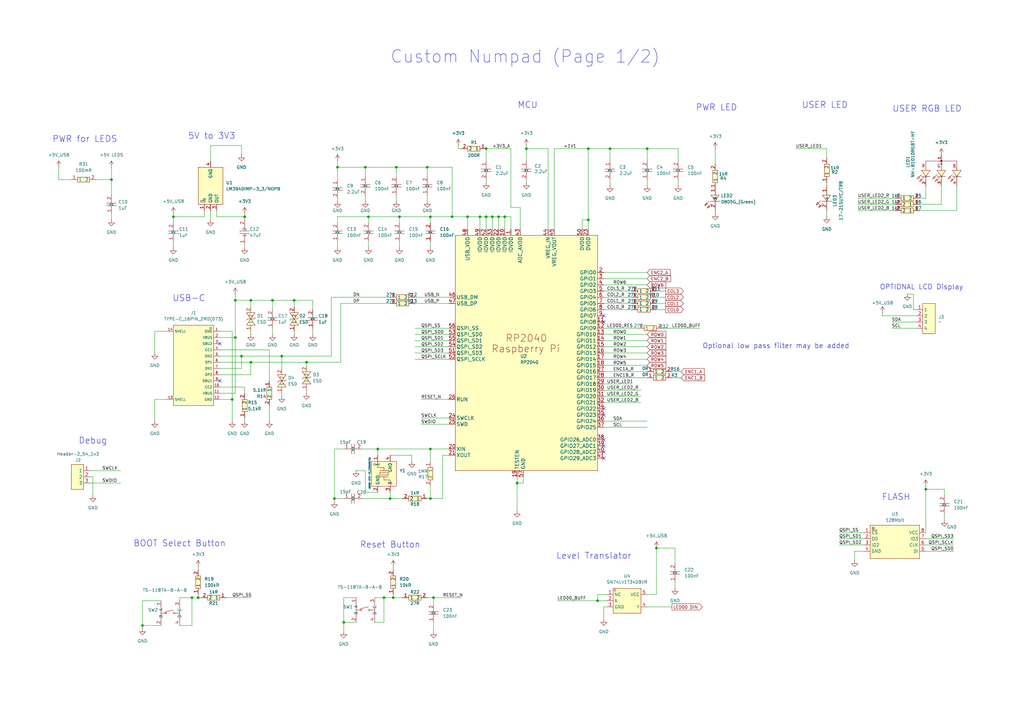
<source format=kicad_sch>
(kicad_sch (version 20231120) (generator "eeschema") (generator_version "8.0")
  (paper "A3")
  (title_block (title "numpad") (date "2024-12-23") (rev "V1"))
  (junction (at 96.52 138.43))
  (junction (at 163.83 88.9))
  (junction (at 78.74 245.11))
  (junction (at 177.8 245.11))
  (junction (at 250.19 60.96))
  (junction (at 102.87 148.59))
  (junction (at 102.87 123.19))
  (junction (at 199.39 60.96))
  (junction (at 115.57 146.05))
  (junction (at 100.33 88.9))
  (junction (at 269.24 224.79))
  (junction (at 149.86 68.58))
  (junction (at 204.47 88.9))
  (junction (at 191.77 88.9))
  (junction (at 71.12 88.9))
  (junction (at 95.25 163.83))
  (junction (at 176.53 88.9))
  (junction (at 161.29 245.11))
  (junction (at 196.85 88.9))
  (junction (at 111.76 123.19))
  (junction (at 125.73 148.59))
  (junction (at 81.28 245.11))
  (junction (at 241.3 60.96))
  (junction (at 162.56 68.58))
  (junction (at 45.72 73.66))
  (junction (at 241.3 90.17))
  (junction (at 199.39 88.9))
  (junction (at 151.13 88.9))
  (junction (at 99.06 146.05))
  (junction (at 207.01 88.9))
  (junction (at 176.53 204.47))
  (junction (at 379.73 200.66))
  (junction (at 175.26 68.58))
  (junction (at 245.11 246.38))
  (junction (at 120.65 123.19))
  (junction (at 265.43 60.96))
  (junction (at 212.09 198.12))
  (junction (at 140.97 255.27))
  (junction (at 58.42 256.54))
  (junction (at 215.9 60.96))
  (junction (at 185.42 88.9))
  (junction (at 137.16 204.47))
  (junction (at 96.52 123.19))
  (junction (at 154.94 184.15))
  (junction (at 157.48 245.11))
  (junction (at 176.53 184.15))
  (junction (at 160.02 204.47))
  (junction (at 138.43 68.58))
  (junction (at 201.93 88.9))
  (no_connect (at 247.65 187.96))
  (no_connect (at 247.65 167.64))
  (no_connect (at 247.65 180.34))
  (no_connect (at 247.65 170.18))
  (no_connect (at 247.65 132.08))
  (no_connect (at 90.17 140.97))
  (no_connect (at 90.17 156.21))
  (no_connect (at 247.65 129.54))
  (no_connect (at 247.65 182.88))
  (no_connect (at 247.65 185.42))
  (wire (pts (xy 247.65 162.56) (xy 262.89 162.56)))
  (wire (pts (xy 269.24 224.79) (xy 276.86 224.79)))
  (wire (pts (xy 90.17 135.89) (xy 95.25 135.89)))
  (wire (pts (xy 227.33 60.96) (xy 241.3 60.96)))
  (wire (pts (xy 213.36 85.09) (xy 213.36 93.98)))
  (wire (pts (xy 100.33 87.63) (xy 100.33 88.9)))
  (wire (pts (xy 365.76 132.08) (xy 375.92 132.08)))
  (wire (pts (xy 276.86 224.79) (xy 276.86 231.14)))
  (wire (pts (xy 149.86 80.01) (xy 149.86 82.55)))
  (wire (pts (xy 247.65 149.86) (xy 265.43 149.86)))
  (wire (pts (xy 361.95 129.54) (xy 375.92 129.54)))
  (wire (pts (xy 102.87 148.59) (xy 90.17 148.59)))
  (wire (pts (xy 185.42 88.9) (xy 191.77 88.9)))
  (wire (pts (xy 176.53 88.9) (xy 176.53 91.44)))
  (wire (pts (xy 58.42 257.81) (xy 58.42 256.54)))
  (wire (pts (xy 247.65 114.3) (xy 265.43 114.3)))
  (wire (pts (xy 209.55 88.9) (xy 207.01 88.9)))
  (wire (pts (xy 58.42 256.54) (xy 66.04 256.54)))
  (wire (pts (xy 99.06 59.69) (xy 99.06 63.5)))
  (wire (pts (xy 125.73 148.59) (xy 139.7 148.59)))
  (wire (pts (xy 245.11 246.38) (xy 245.11 243.84)))
  (wire (pts (xy 102.87 123.19) (xy 96.52 123.19)))
  (wire (pts (xy 73.66 246.38) (xy 73.66 245.11)))
  (wire (pts (xy 151.13 88.9) (xy 151.13 91.44)))
  (wire (pts (xy 90.17 161.29) (xy 96.52 161.29)))
  (wire (pts (xy 224.79 93.98) (xy 224.79 60.96)))
  (wire (pts (xy 379.73 81.28) (xy 379.73 76.2)))
  (wire (pts (xy 177.8 245.11) (xy 189.23 245.11)))
  (wire (pts (xy 199.39 60.96) (xy 199.39 66.04)))
  (wire (pts (xy 146.05 193.04) (xy 149.86 193.04)))
  (wire (pts (xy 241.3 60.96) (xy 250.19 60.96)))
  (wire (pts (xy 175.26 68.58) (xy 185.42 68.58)))
  (wire (pts (xy 275.59 154.94) (xy 279.4 154.94)))
  (wire (pts (xy 128.27 134.62) (xy 128.27 137.16)))
  (wire (pts (xy 162.56 68.58) (xy 175.26 68.58)))
  (wire (pts (xy 140.97 255.27) (xy 140.97 259.08)))
  (wire (pts (xy 278.13 73.66) (xy 278.13 76.2)))
  (wire (pts (xy 172.72 173.99) (xy 184.15 173.99)))
  (wire (pts (xy 214.63 198.12) (xy 212.09 198.12)))
  (wire (pts (xy 140.97 245.11) (xy 140.97 255.27)))
  (wire (pts (xy 250.19 60.96) (xy 250.19 66.04)))
  (wire (pts (xy 138.43 88.9) (xy 138.43 91.44)))
  (wire (pts (xy 162.56 68.58) (xy 162.56 72.39)))
  (wire (pts (xy 99.06 146.05) (xy 115.57 146.05)))
  (wire (pts (xy 207.01 88.9) (xy 207.01 93.98)))
  (wire (pts (xy 339.09 76.2) (xy 339.09 74.93)))
  (wire (pts (xy 149.86 68.58) (xy 138.43 68.58)))
  (wire (pts (xy 137.16 204.47) (xy 137.16 205.74)))
  (wire (pts (xy 374.65 120.65) (xy 374.65 127)))
  (wire (pts (xy 377.19 81.28) (xy 379.73 81.28)))
  (wire (pts (xy 275.59 152.4) (xy 279.4 152.4)))
  (wire (pts (xy 372.11 120.65) (xy 374.65 120.65)))
  (wire (pts (xy 135.89 121.92) (xy 135.89 146.05)))
  (wire (pts (xy 45.72 73.66) (xy 45.72 80.01)))
  (wire (pts (xy 293.37 60.96) (xy 293.37 67.31)))
  (wire (pts (xy 377.19 86.36) (xy 392.43 86.36)))
  (wire (pts (xy 148.59 184.15) (xy 154.94 184.15)))
  (wire (pts (xy 214.63 195.58) (xy 214.63 198.12)))
  (wire (pts (xy 149.86 68.58) (xy 149.86 72.39)))
  (wire (pts (xy 66.04 246.38) (xy 58.42 246.38)))
  (wire (pts (xy 102.87 125.73) (xy 102.87 123.19)))
  (wire (pts (xy 176.53 184.15) (xy 176.53 189.23)))
  (wire (pts (xy 135.89 121.92) (xy 160.02 121.92)))
  (wire (pts (xy 247.65 139.7) (xy 265.43 139.7)))
  (wire (pts (xy 250.19 73.66) (xy 250.19 76.2)))
  (wire (pts (xy 248.92 246.38) (xy 245.11 246.38)))
  (wire (pts (xy 24.13 68.58) (xy 24.13 73.66)))
  (wire (pts (xy 146.05 245.11) (xy 140.97 245.11)))
  (wire (pts (xy 140.97 255.27) (xy 146.05 255.27)))
  (wire (pts (xy 265.43 73.66) (xy 265.43 76.2)))
  (wire (pts (xy 99.06 151.13) (xy 99.06 146.05)))
  (wire (pts (xy 81.28 243.84) (xy 81.28 245.11)))
  (wire (pts (xy 115.57 146.05) (xy 135.89 146.05)))
  (wire (pts (xy 68.58 135.89) (xy 63.5 135.89)))
  (wire (pts (xy 139.7 124.46) (xy 160.02 124.46)))
  (wire (pts (xy 170.18 121.92) (xy 184.15 121.92)))
  (wire (pts (xy 175.26 68.58) (xy 175.26 72.39)))
  (wire (pts (xy 95.25 135.89) (xy 95.25 163.83)))
  (wire (pts (xy 354.33 226.06) (xy 350.52 226.06)))
  (wire (pts (xy 387.35 200.66) (xy 387.35 203.2)))
  (wire (pts (xy 199.39 73.66) (xy 199.39 74.93)))
  (wire (pts (xy 170.18 124.46) (xy 184.15 124.46)))
  (wire (pts (xy 247.65 142.24) (xy 265.43 142.24)))
  (wire (pts (xy 293.37 76.2) (xy 293.37 77.47)))
  (wire (pts (xy 163.83 99.06) (xy 163.83 101.6)))
  (wire (pts (xy 125.73 148.59) (xy 125.73 149.86)))
  (wire (pts (xy 157.48 245.11) (xy 161.29 245.11)))
  (wire (pts (xy 344.17 220.98) (xy 354.33 220.98)))
  (wire (pts (xy 45.72 87.63) (xy 45.72 90.17)))
  (wire (pts (xy 351.79 83.82) (xy 367.03 83.82)))
  (wire (pts (xy 36.83 195.58) (xy 38.1 195.58)))
  (wire (pts (xy 350.52 226.06) (xy 350.52 229.87)))
  (wire (pts (xy 96.52 123.19) (xy 96.52 138.43)))
  (wire (pts (xy 138.43 88.9) (xy 151.13 88.9)))
  (wire (pts (xy 379.73 218.44) (xy 379.73 200.66)))
  (wire (pts (xy 90.17 138.43) (xy 96.52 138.43)))
  (wire (pts (xy 269.24 243.84) (xy 269.24 224.79)))
  (wire (pts (xy 386.08 83.82) (xy 377.19 83.82)))
  (wire (pts (xy 154.94 184.15) (xy 154.94 186.69)))
  (wire (pts (xy 111.76 123.19) (xy 120.65 123.19)))
  (wire (pts (xy 125.73 160.02) (xy 125.73 161.29)))
  (wire (pts (xy 96.52 138.43) (xy 96.52 161.29)))
  (wire (pts (xy 181.61 186.69) (xy 184.15 186.69)))
  (wire (pts (xy 139.7 124.46) (xy 139.7 148.59)))
  (wire (pts (xy 379.73 200.66) (xy 387.35 200.66)))
  (wire (pts (xy 36.83 193.04) (xy 49.53 193.04)))
  (wire (pts (xy 58.42 246.38) (xy 58.42 256.54)))
  (wire (pts (xy 386.08 76.2) (xy 386.08 83.82)))
  (wire (pts (xy 100.33 100.33) (xy 100.33 101.6)))
  (wire (pts (xy 99.06 146.05) (xy 90.17 146.05)))
  (wire (pts (xy 241.3 93.98) (xy 241.3 90.17)))
  (wire (pts (xy 90.17 143.51) (xy 110.49 143.51)))
  (wire (pts (xy 68.58 163.83) (xy 63.5 163.83)))
  (wire (pts (xy 88.9 88.9) (xy 88.9 86.36)))
  (wire (pts (xy 39.37 73.66) (xy 45.72 73.66)))
  (wire (pts (xy 102.87 148.59) (xy 125.73 148.59)))
  (wire (pts (xy 215.9 59.69) (xy 215.9 60.96)))
  (wire (pts (xy 201.93 93.98) (xy 201.93 88.9)))
  (wire (pts (xy 177.8 255.27) (xy 177.8 259.08)))
  (wire (pts (xy 379.73 199.39) (xy 379.73 200.66)))
  (wire (pts (xy 238.76 90.17) (xy 241.3 90.17)))
  (wire (pts (xy 247.65 121.92) (xy 259.08 121.92)))
  (wire (pts (xy 247.65 124.46) (xy 259.08 124.46)))
  (wire (pts (xy 137.16 204.47) (xy 137.16 184.15)))
  (wire (pts (xy 71.12 88.9) (xy 71.12 91.44)))
  (wire (pts (xy 120.65 123.19) (xy 128.27 123.19)))
  (wire (pts (xy 100.33 158.75) (xy 90.17 158.75)))
  (wire (pts (xy 175.26 80.01) (xy 175.26 82.55)))
  (wire (pts (xy 115.57 146.05) (xy 115.57 151.13)))
  (wire (pts (xy 247.65 127) (xy 259.08 127)))
  (wire (pts (xy 204.47 88.9) (xy 204.47 93.98)))
  (wire (pts (xy 351.79 86.36) (xy 367.03 86.36)))
  (wire (pts (xy 102.87 123.19) (xy 111.76 123.19)))
  (wire (pts (xy 81.28 232.41) (xy 81.28 233.68)))
  (wire (pts (xy 83.82 88.9) (xy 83.82 86.36)))
  (wire (pts (xy 209.55 88.9) (xy 209.55 93.98)))
  (wire (pts (xy 73.66 256.54) (xy 78.74 256.54)))
  (wire (pts (xy 102.87 135.89) (xy 102.87 137.16)))
  (wire (pts (xy 269.24 119.38) (xy 273.05 119.38)))
  (wire (pts (xy 168.91 186.69) (xy 168.91 189.23)))
  (wire (pts (xy 209.55 60.96) (xy 209.55 85.09)))
  (wire (pts (xy 88.9 88.9) (xy 100.33 88.9)))
  (wire (pts (xy 191.77 88.9) (xy 191.77 93.98)))
  (wire (pts (xy 250.19 60.96) (xy 265.43 60.96)))
  (wire (pts (xy 120.65 135.89) (xy 120.65 137.16)))
  (wire (pts (xy 269.24 127) (xy 273.05 127)))
  (wire (pts (xy 207.01 88.9) (xy 204.47 88.9)))
  (wire (pts (xy 172.72 163.83) (xy 184.15 163.83)))
  (wire (pts (xy 90.17 153.67) (xy 102.87 153.67)))
  (wire (pts (xy 110.49 166.37) (xy 110.49 172.72)))
  (wire (pts (xy 241.3 90.17) (xy 241.3 60.96)))
  (wire (pts (xy 100.33 161.29) (xy 100.33 158.75)))
  (wire (pts (xy 344.17 218.44) (xy 354.33 218.44)))
  (wire (pts (xy 137.16 184.15) (xy 140.97 184.15)))
  (wire (pts (xy 81.28 245.11) (xy 82.55 245.11)))
  (wire (pts (xy 247.65 144.78) (xy 265.43 144.78)))
  (wire (pts (xy 154.94 201.93) (xy 149.86 201.93)))
  (wire (pts (xy 160.02 204.47) (xy 165.1 204.47)))
  (wire (pts (xy 181.61 186.69) (xy 181.61 204.47)))
  (wire (pts (xy 170.18 144.78) (xy 184.15 144.78)))
  (wire (pts (xy 157.48 255.27) (xy 157.48 245.11)))
  (wire (pts (xy 170.18 142.24) (xy 184.15 142.24)))
  (wire (pts (xy 38.1 195.58) (xy 38.1 203.2)))
  (wire (pts (xy 96.52 120.65) (xy 96.52 123.19)))
  (wire (pts (xy 163.83 88.9) (xy 176.53 88.9)))
  (wire (pts (xy 247.65 154.94) (xy 265.43 154.94)))
  (wire (pts (xy 269.24 121.92) (xy 273.05 121.92)))
  (wire (pts (xy 176.53 99.06) (xy 176.53 101.6)))
  (wire (pts (xy 247.65 137.16) (xy 265.43 137.16)))
  (wire (pts (xy 92.71 245.11) (xy 102.87 245.11)))
  (wire (pts (xy 204.47 88.9) (xy 201.93 88.9)))
  (wire (pts (xy 247.65 248.92) (xy 247.65 254)))
  (wire (pts (xy 247.65 175.26) (xy 265.43 175.26)))
  (wire (pts (xy 175.26 204.47) (xy 176.53 204.47)))
  (wire (pts (xy 90.17 151.13) (xy 99.06 151.13)))
  (wire (pts (xy 191.77 88.9) (xy 196.85 88.9)))
  (wire (pts (xy 172.72 171.45) (xy 184.15 171.45)))
  (wire (pts (xy 175.26 245.11) (xy 177.8 245.11)))
  (wire (pts (xy 245.11 243.84) (xy 248.92 243.84)))
  (wire (pts (xy 374.65 127) (xy 375.92 127)))
  (wire (pts (xy 111.76 123.19) (xy 111.76 127)))
  (wire (pts (xy 344.17 223.52) (xy 354.33 223.52)))
  (wire (pts (xy 151.13 99.06) (xy 151.13 101.6)))
  (wire (pts (xy 201.93 88.9) (xy 199.39 88.9)))
  (wire (pts (xy 228.6 246.38) (xy 245.11 246.38)))
  (wire (pts (xy 128.27 123.19) (xy 128.27 127)))
  (wire (pts (xy 387.35 210.82) (xy 387.35 213.36)))
  (wire (pts (xy 265.43 248.92) (xy 275.59 248.92)))
  (wire (pts (xy 247.65 111.76) (xy 265.43 111.76)))
  (wire (pts (xy 177.8 245.11) (xy 177.8 247.65)))
  (wire (pts (xy 90.17 163.83) (xy 95.25 163.83)))
  (wire (pts (xy 212.09 198.12) (xy 212.09 209.55)))
  (wire (pts (xy 86.36 59.69) (xy 86.36 66.04)))
  (wire (pts (xy 379.73 223.52) (xy 391.16 223.52)))
  (wire (pts (xy 248.92 248.92) (xy 247.65 248.92)))
  (wire (pts (xy 247.65 157.48) (xy 259.08 157.48)))
  (wire (pts (xy 247.65 147.32) (xy 265.43 147.32)))
  (wire (pts (xy 209.55 85.09) (xy 213.36 85.09)))
  (wire (pts (xy 153.67 255.27) (xy 157.48 255.27)))
  (wire (pts (xy 351.79 81.28) (xy 367.03 81.28)))
  (wire (pts (xy 247.65 160.02) (xy 262.89 160.02)))
  (wire (pts (xy 265.43 243.84) (xy 269.24 243.84)))
  (wire (pts (xy 78.74 256.54) (xy 78.74 245.11)))
  (wire (pts (xy 247.65 152.4) (xy 265.43 152.4)))
  (wire (pts (xy 247.65 119.38) (xy 259.08 119.38)))
  (wire (pts (xy 24.13 73.66) (xy 29.21 73.66)))
  (wire (pts (xy 187.96 59.69) (xy 187.96 60.96)))
  (wire (pts (xy 247.65 165.1) (xy 262.89 165.1)))
  (wire (pts (xy 170.18 139.7) (xy 184.15 139.7)))
  (wire (pts (xy 161.29 243.84) (xy 161.29 245.11)))
  (wire (pts (xy 361.95 128.27) (xy 361.95 129.54)))
  (wire (pts (xy 199.39 93.98) (xy 199.39 88.9)))
  (wire (pts (xy 187.96 60.96) (xy 189.23 60.96)))
  (wire (pts (xy 176.53 88.9) (xy 185.42 88.9)))
  (wire (pts (xy 73.66 245.11) (xy 78.74 245.11)))
  (wire (pts (xy 95.25 163.83) (xy 95.25 172.72)))
  (wire (pts (xy 339.09 60.96) (xy 339.09 64.77)))
  (wire (pts (xy 269.24 124.46) (xy 273.05 124.46)))
  (wire (pts (xy 224.79 60.96) (xy 215.9 60.96)))
  (wire (pts (xy 99.06 59.69) (xy 86.36 59.69)))
  (wire (pts (xy 276.86 238.76) (xy 276.86 241.3)))
  (wire (pts (xy 176.53 204.47) (xy 181.61 204.47)))
  (wire (pts (xy 176.53 199.39) (xy 176.53 204.47)))
  (wire (pts (xy 153.67 245.11) (xy 157.48 245.11)))
  (wire (pts (xy 154.94 184.15) (xy 176.53 184.15)))
  (wire (pts (xy 63.5 135.89) (xy 63.5 144.78)))
  (wire (pts (xy 161.29 232.41) (xy 161.29 233.68)))
  (wire (pts (xy 265.43 60.96) (xy 278.13 60.96)))
  (wire (pts (xy 162.56 80.01) (xy 162.56 82.55)))
  (wire (pts (xy 111.76 134.62) (xy 111.76 137.16)))
  (wire (pts (xy 278.13 60.96) (xy 278.13 66.04)))
  (wire (pts (xy 138.43 99.06) (xy 138.43 101.6)))
  (wire (pts (xy 365.76 134.62) (xy 375.92 134.62)))
  (wire (pts (xy 102.87 153.67) (xy 102.87 148.59)))
  (wire (pts (xy 86.36 86.36) (xy 86.36 90.17)))
  (wire (pts (xy 170.18 134.62) (xy 184.15 134.62)))
  (wire (pts (xy 149.86 68.58) (xy 162.56 68.58)))
  (wire (pts (xy 379.73 226.06) (xy 391.16 226.06)))
  (wire (pts (xy 36.83 198.12) (xy 49.53 198.12)))
  (wire (pts (xy 151.13 88.9) (xy 163.83 88.9)))
  (wire (pts (xy 149.86 201.93) (xy 149.86 193.04)))
  (wire (pts (xy 196.85 93.98) (xy 196.85 88.9)))
  (wire (pts (xy 379.73 220.98) (xy 391.16 220.98)))
  (wire (pts (xy 176.53 184.15) (xy 184.15 184.15)))
  (wire (pts (xy 209.55 60.96) (xy 199.39 60.96)))
  (wire (pts (xy 271.78 134.62) (xy 287.02 134.62)))
  (wire (pts (xy 247.65 172.72) (xy 265.43 172.72)))
  (wire (pts (xy 247.65 134.62) (xy 261.62 134.62)))
  (wire (pts (xy 160.02 186.69) (xy 168.91 186.69)))
  (wire (pts (xy 138.43 68.58) (xy 138.43 73.66)))
  (wire (pts (xy 120.65 125.73) (xy 120.65 123.19)))
  (wire (pts (xy 138.43 81.28) (xy 138.43 82.55)))
  (wire (pts (xy 212.09 195.58) (xy 212.09 198.12)))
  (wire (pts (xy 170.18 137.16) (xy 184.15 137.16)))
  (wire (pts (xy 78.74 245.11) (xy 81.28 245.11)))
  (wire (pts (xy 63.5 163.83) (xy 63.5 172.72)))
  (wire (pts (xy 238.76 93.98) (xy 238.76 90.17)))
  (wire (pts (xy 227.33 93.98) (xy 227.33 60.96)))
  (wire (pts (xy 115.57 161.29) (xy 115.57 162.56)))
  (wire (pts (xy 196.85 88.9) (xy 199.39 88.9)))
  (wire (pts (xy 71.12 87.63) (xy 71.12 88.9)))
  (wire (pts (xy 247.65 116.84) (xy 265.43 116.84)))
  (wire (pts (xy 140.97 204.47) (xy 137.16 204.47)))
  (wire (pts (xy 71.12 88.9) (xy 83.82 88.9)))
  (wire (pts (xy 215.9 73.66) (xy 215.9 74.93)))
  (wire (pts (xy 138.43 66.04) (xy 138.43 68.58)))
  (wire (pts (xy 293.37 86.36) (xy 293.37 87.63)))
  (wire (pts (xy 163.83 88.9) (xy 163.83 91.44)))
  (wire (pts (xy 148.59 204.47) (xy 160.02 204.47)))
  (wire (pts (xy 170.18 147.32) (xy 184.15 147.32)))
  (wire (pts (xy 339.09 86.36) (xy 339.09 88.9)))
  (wire (pts (xy 100.33 88.9) (xy 100.33 90.17)))
  (wire (pts (xy 110.49 143.51) (xy 110.49 156.21)))
  (wire (pts (xy 100.33 171.45) (xy 100.33 172.72)))
  (wire (pts (xy 161.29 245.11) (xy 165.1 245.11)))
  (wire (pts (xy 265.43 60.96) (xy 265.43 66.04)))
  (wire (pts (xy 215.9 60.96) (xy 215.9 66.04)))
  (wire (pts (xy 326.39 60.96) (xy 339.09 60.96)))
  (wire (pts (xy 45.72 68.58) (xy 45.72 73.66)))
  (wire (pts (xy 185.42 68.58) (xy 185.42 88.9)))
  (wire (pts (xy 392.43 86.36) (xy 392.43 76.2)))
  (wire (pts (xy 160.02 201.93) (xy 160.02 204.47)))
  (wire (pts (xy 71.12 99.06) (xy 71.12 101.6)))
  (text "Optional low pass filter may be added" (at 318.262 141.986 0) (effects (font (size 2.032 2.032))))
  (text "OPTIONAL LCD Display" (at 377.952 117.856 0) (effects (font (size 2.032 2.032))))
  (text "Reset Button\n" (at 160.02 223.52 0) (effects (font (size 2.54 2.54))))
  (text "Custom Numpad (Page 1/2)\n" (at 215.392 23.368 0) (effects (font (size 5.08 5.08))))
  (text "USER LED\n" (at 338.328 43.18 0) (effects (font (size 2.54 2.54))))
  (text "MCU" (at 216.408 43.18 0) (effects (font (size 2.54 2.54))))
  (text "BOOT Select Button\n" (at 73.66 223.012 0) (effects (font (size 2.54 2.54))))
  (text "USB-C\n" (at 77.47 122.428 0) (effects (font (size 2.54 2.54))))
  (text "Debug\n" (at 38.1 180.848 0) (effects (font (size 2.54 2.54))))
  (text "FLASH" (at 367.538 203.962 0) (effects (font (size 2.54 2.54))))
  (text "5V to 3V3\n" (at 86.868 55.88 0) (effects (font (size 2.54 2.54))))
  (text "USER RGB LED\n" (at 380.238 44.704 0) (effects (font (size 2.54 2.54))))
  (text "PWR for LEDS" (at 34.798 57.15 0) (effects (font (size 2.54 2.54))))
  (text "Level Translator" (at 243.586 228.092 0) (effects (font (size 2.54 2.54))))
  (text "PWR LED\n" (at 293.878 44.196 0) (effects (font (size 2.54 2.54))))
  (label "USER_LED2_R" (at 248.92 160.02 0))
  (label "ROW2" (at 251.46 142.24 0))
  (label "COL1_R" (at 248.92 124.46 0))
  (label "SDA" (at 251.46 172.72 0))
  (label "ROW3" (at 251.46 144.78 0))
  (label "SDA" (at 365.76 132.08 0))
  (label "USER_LED2_B" (at 248.92 165.1 0))
  (label "QSPI_SCLK" (at 172.72 147.32 0))
  (label "USER_LED1" (at 248.92 157.48 0))
  (label "QSPI_SD3" (at 391.16 220.98 180))
  (label "ROW5" (at 251.46 149.86 0))
  (label "SWCLK" (at 172.72 171.45 0))
  (label "USER_LED1" (at 326.39 60.96 0))
  (label "DP" (at 144.78 124.46 0))
  (label "ROW4" (at 251.46 147.32 0))
  (label "QSPI_SD3" (at 172.72 144.78 0))
  (label "COL0_R" (at 248.92 127 0))
  (label "SCL" (at 251.46 175.26 0))
  (label "LED00_BUFF" (at 228.6 246.38 0))
  (label "ENC1A_R" (at 251.46 152.4 0))
  (label "COL2_R" (at 248.92 121.92 0))
  (label "USB_N" (at 173.99 121.92 0))
  (label "QSPI_SD0" (at 391.16 226.06 180))
  (label "RESET_N" (at 172.72 163.83 0))
  (label "COL3_R" (at 248.92 119.38 0))
  (label "RESET_N" (at 181.61 245.11 0))
  (label "SWCLK" (at 41.91 193.04 0))
  (label "QSPI_SS" (at 344.17 218.44 0))
  (label "USER_LED2_R" (at 351.79 81.28 0))
  (label "LED00_RES" (at 248.92 134.62 0))
  (label "DN" (at 144.78 121.92 0))
  (label "QSPI_SD0" (at 172.72 137.16 0))
  (label "SCL" (at 365.76 134.62 0))
  (label "ROW0" (at 251.46 137.16 0))
  (label "SWDIO" (at 41.91 198.12 0))
  (label "USER_LED2_G" (at 351.79 83.82 0))
  (label "USER_LED2_B" (at 351.79 86.36 0))
  (label "USB_P" (at 173.99 124.46 0))
  (label "+1V1" (at 231.14 60.96 0))
  (label "ROW1" (at 251.46 139.7 0))
  (label "ROW6" (at 251.46 116.84 0))
  (label "+3V3_A" (at 201.93 60.96 0))
  (label "QSPI_SD1" (at 344.17 220.98 0))
  (label "ENC1B_R" (at 251.46 154.94 0))
  (label "QSPI_SCLK" (at 391.16 223.52 180))
  (label "QSPI_SS" (at 95.25 245.11 0))
  (label "USER_LED2_G" (at 248.92 162.56 0))
  (label "QSPI_SD2" (at 172.72 142.24 0))
  (label "LED00_BUFF" (at 275.59 134.62 0))
  (label "QSPI_SD2" (at 344.17 223.52 0))
  (label "QSPI_SS" (at 172.72 134.62 0))
  (label "QSPI_SD1" (at 172.72 139.7 0))
  (label "SWDIO" (at 172.72 173.99 0))
  (global_label "ENC2_A" (shape input) (at 265.43 111.76 0) (property "Intersheetrefs" "${INTERSHEET_REFS}" (effects (hide yes))))
  (global_label "ENC1_B" (shape input) (at 279.4 154.94 0) (property "Intersheetrefs" "${INTERSHEET_REFS}" (effects (hide yes))))
  (global_label "ENC1_A" (shape input) (at 279.4 152.4 0) (property "Intersheetrefs" "${INTERSHEET_REFS}" (effects (hide yes))))
  (global_label "ROW5" (shape input) (at 265.43 149.86 0) (property "Intersheetrefs" "${INTERSHEET_REFS}" (effects (hide yes))))
  (global_label "ENC2_B" (shape input) (at 265.43 114.3 0) (property "Intersheetrefs" "${INTERSHEET_REFS}" (effects (hide yes))))
  (global_label "ROW4" (shape input) (at 265.43 147.32 0) (property "Intersheetrefs" "${INTERSHEET_REFS}" (effects (hide yes))))
  (global_label "ROW6" (shape input) (at 265.43 116.84 0) (property "Intersheetrefs" "${INTERSHEET_REFS}" (effects (hide yes))))
  (global_label "LED00 DIN" (shape output) (at 275.59 248.92 0) (property "Intersheetrefs" "${INTERSHEET_REFS}" (effects (hide yes))))
  (global_label "COL3" (shape output) (at 273.05 119.38 0) (property "Intersheetrefs" "${INTERSHEET_REFS}" (effects (hide yes))))
  (global_label "ROW3" (shape input) (at 265.43 144.78 0) (property "Intersheetrefs" "${INTERSHEET_REFS}" (effects (hide yes))))
  (global_label "COL1" (shape output) (at 273.05 124.46 0) (property "Intersheetrefs" "${INTERSHEET_REFS}" (effects (hide yes))))
  (global_label "COL0" (shape output) (at 273.05 127 0) (property "Intersheetrefs" "${INTERSHEET_REFS}" (effects (hide yes))))
  (global_label "COL2" (shape output) (at 273.05 121.92 0) (property "Intersheetrefs" "${INTERSHEET_REFS}" (effects (hide yes))))
  (global_label "ROW0" (shape input) (at 265.43 137.16 0) (property "Intersheetrefs" "${INTERSHEET_REFS}" (effects (hide yes))))
  (global_label "ROW2" (shape input) (at 265.43 142.24 0) (property "Intersheetrefs" "${INTERSHEET_REFS}" (effects (hide yes))))
  (global_label "ROW1" (shape input) (at 265.43 139.7 0) (property "Intersheetrefs" "${INTERSHEET_REFS}" (effects (hide yes))))
  (symbol (lib_id "power:+5V") (at 96.52 120.65 0) (unit 1)
    (property "Reference" "#PWR030" (effects (hide yes)))
    (property "Value" "+5V_USB" (at 96.52 115.57 0))
    (property "Description" "Power symbol creates a global label with name \"+5V\"" (effects (hide yes)))
  )
  (symbol (lib_id "0603_1uF:CL10A105KO8NNNC") (at 45.72 83.82 90) (unit 1)
    (property "Reference" "C10" (at 48.514 82.804 90) (effects (justify right)))
    (property "Value" "1uF" (at 48.514 85.344 90) (effects (justify right)))
    (property "Footprint" "0603_1uF:C0603" (effects (hide yes)))
    (property "Datasheet" "https://lcsc.com/product-detail/Multilayer-Ceramic-Capacitors-MLCC-SMD-SMT_SAMSUNG_CL10A105KO8NNNC_1uF-105-10-16V_C1592.html" (effects (hide yes)))
    (property "LCSC" "C52923" (effects (hide yes)))
    (property "LCSC Part" "C1592" (effects (hide yes)))
  )
  (symbol (lib_id "0603_1kR:0603WAF1001T5E") (at 372.11 83.82 180) (unit 1)
    (property "Reference" "R6" (at 376.682 82.804 0))
    (property "Value" "1kR" (at 367.538 82.804 0))
    (property "Footprint" "0603_1kR:R0603" (effects (hide yes)))
    (property "Datasheet" "https://lcsc.com/product-detail/Chip-Resistor-Surface-Mount-UniOhm_1KR-1001-1_C21190.html" (effects (hide yes)))
    (property "LCSC" "C11702" (effects (hide yes)))
    (property "LCSC Part" "C21190" (effects (hide yes)))
  )
  (symbol (lib_id "0603_1kR:0603WAF1001T5E") (at 372.11 81.28 0) (unit 1)
    (property "Reference" "R5" (at 376.682 80.264 0))
    (property "Value" "1kR" (at 367.538 80.264 0))
    (property "Footprint" "0603_1kR:R0603" (effects (hide yes)))
    (property "Datasheet" "https://lcsc.com/product-detail/Chip-Resistor-Surface-Mount-UniOhm_1KR-1001-1_C21190.html" (effects (hide yes)))
    (property "LCSC" "C11702" (effects (hide yes)))
    (property "LCSC Part" "C21190" (effects (hide yes)))
  )
  (symbol (lib_id "user_rgb_led:NH-B1010RGBT-HF") (at 386.08 69.85 0) (unit 1)
    (property "Reference" "LED1" (at 372.364 68.834 90) (effects (justify left)))
    (property "Value" "NH-B1010RGBT-HF" (at 374.396 72.898 90) (effects (justify left)))
    (property "Footprint" "user_rgb_led:LED-ARRAY-SMD_4P-L1.0-W1.0-TR_NH-B1010RGBT" (effects (hide yes)))
    (property "Datasheet" "https://atta.szlcsc.com/upload/public/pdf/source/20210810/0B2E174735C36A18A5A2783CB3D0373F.pdf" (effects (hide yes)))
    (property "LCSC" "C2874113" (effects (hide yes)))
    (property "LCSC Part" "C2874113" (effects (hide yes)))
  )
  (symbol (lib_id "power:GND") (at 176.53 101.6 0) (unit 1)
    (property "Reference" "#PWR029" (effects (hide yes)))
    (property "Value" "GND" (at 176.53 106.68 0))
    (property "Description" "Power symbol creates a global label with name \"GND\" , ground" (effects (hide yes)))
  )
  (symbol (lib_id "0603_1kR:0603WAF1001T5E") (at 339.09 69.85 90) (unit 1)
    (property "Reference" "R2" (at 342.392 70.612 90))
    (property "Value" "1kR" (at 342.392 68.834 90))
    (property "Footprint" "0603_1kR:R0603" (effects (hide yes)))
    (property "Datasheet" "https://lcsc.com/product-detail/Chip-Resistor-Surface-Mount-UniOhm_1KR-1001-1_C21190.html" (effects (hide yes)))
    (property "LCSC" "C11702" (effects (hide yes)))
    (property "LCSC Part" "C21190" (effects (hide yes)))
  )
  (symbol (lib_id "0603_100nF:CL10B104KA8NNNC") (at 151.13 95.25 90) (unit 1)
    (property "Reference" "C14" (at 154.94 93.9799 90) (effects (justify right)))
    (property "Value" "100nF" (at 154.94 96.5199 90) (effects (justify right)))
    (property "Footprint" "0603_100nF:C0603" (effects (hide yes)))
    (property "Datasheet" "https://lcsc.com/product-detail/Multilayer-Ceramic-Capacitors-MLCC-SMD-SMT_SAMSUNG_CL10B104KA8NNNC_100nF-104-10-25V_C1590.html" (effects (hide yes)))
    (property "LCSC" "C160831" (effects (hide yes)))
    (property "LCSC Part" "C1590" (effects (hide yes)))
  )
  (symbol (lib_id "ESD:GG0402052R542P") (at 125.73 154.94 90) (unit 1)
    (property "Reference" "D3" (at 128.27 153.6699 90) (effects (justify right)))
    (property "Value" "ESD" (at 128.27 156.2099 90) (effects (justify right)))
    (property "Footprint" "ESD:D0402-BI" (effects (hide yes)))
    (property "Datasheet" "https://item.szlcsc.com/351549.html" (effects (hide yes)))
    (property "LCSC" "C1973257" (effects (hide yes)))
    (property "LCSC Part" "C1973257" (effects (hide yes)))
  )
  (symbol (lib_id "0603_1uF:CL10A105KO8NNNC") (at 71.12 95.25 270) (mirror x) (unit 1)
    (property "Reference" "C11" (at 73.406 93.98 90) (effects (justify left)))
    (property "Value" "1uF" (at 73.406 96.52 90) (effects (justify left)))
    (property "Footprint" "0603_1uF:C0603" (effects (hide yes)))
    (property "Datasheet" "https://lcsc.com/product-detail/Multilayer-Ceramic-Capacitors-MLCC-SMD-SMT_SAMSUNG_CL10A105KO8NNNC_1uF-105-10-16V_C1592.html" (effects (hide yes)))
    (property "LCSC" "C52923" (effects (hide yes)))
    (property "LCSC Part" "C1592" (effects (hide yes)))
  )
  (symbol (lib_id "ESD:GG0402052R542P") (at 120.65 130.81 90) (unit 1)
    (property "Reference" "D2" (at 122.682 129.54 90) (effects (justify right)))
    (property "Value" "ESD" (at 122.682 132.08 90) (effects (justify right)))
    (property "Footprint" "ESD:D0402-BI" (effects (hide yes)))
    (property "Datasheet" "https://item.szlcsc.com/351549.html" (effects (hide yes)))
    (property "LCSC" "C1973257" (effects (hide yes)))
    (property "LCSC Part" "C1973257" (effects (hide yes)))
  )
  (symbol (lib_id "buffer:SN74LV1T34DBVR") (at 254 248.92 0) (unit 1)
    (property "Reference" "U4" (at 257.175 236.22 0))
    (property "Value" "SN74LV1T34DBVR" (at 257.175 238.76 0))
    (property "Footprint" "buffer:SOT-23-5_L2.9-W1.6-P0.95-LS2.8-BR" (effects (hide yes)))
    (property "Datasheet" "https://lcsc.com/product-detail/Interface-ICs_TI_SN74LV1T34DBVR_SN74LV1T34DBVR_C100024.html" (effects (hide yes)))
    (property "LCSC Part" "C100024" (effects (hide yes)))
  )
  (symbol (lib_id "power:GND") (at 250.19 76.2 0) (unit 1)
    (property "Reference" "#PWR011" (effects (hide yes)))
    (property "Value" "GND" (at 250.19 81.28 0))
    (property "Description" "Power symbol creates a global label with name \"GND\" , ground" (effects (hide yes)))
  )
  (symbol (lib_id "power:GND") (at 372.11 120.65 0) (unit 1)
    (property "Reference" "#PWR0144" (effects (hide yes)))
    (property "Value" "GND" (at 372.11 125.73 0))
    (property "Description" "Power symbol creates a global label with name \"GND\" , ground" (effects (hide yes)))
  )
  (symbol (lib_id "3pin_header:Header-Male-2.54_1x3") (at 33.02 195.58 0) (mirror y) (unit 1)
    (property "Reference" "J2" (at 32.004 188.722 0))
    (property "Value" "Header-2_54_1x3" (at 32.004 186.182 0))
    (property "Footprint" "3pin_header:HDR-TH_3P-P2.54-V-M-1" (effects (hide yes)))
    (property "Datasheet" "https://lcsc.com/product-detail/Male-Header_Header-2-54mm-1-3P_C49257.html" (effects (hide yes)))
    (property "LCSC" "C49257" (effects (hide yes)))
    (property "LCSC Part" "C49257" (effects (hide yes)))
  )
  (symbol (lib_id "power:GND") (at 140.97 259.08 0) (unit 1)
    (property "Reference" "#PWR056" (effects (hide yes)))
    (property "Value" "GND" (at 140.97 264.16 0))
    (property "Description" "Power symbol creates a global label with name \"GND\" , ground" (effects (hide yes)))
  )
  (symbol (lib_id "power:GND") (at 350.52 229.87 0) (unit 1)
    (property "Reference" "#PWR050" (effects (hide yes)))
    (property "Value" "GND" (at 350.52 234.95 0))
    (property "Description" "Power symbol creates a global label with name \"GND\" , ground" (effects (hide yes)))
  )
  (symbol (lib_id "power:GND") (at 38.1 203.2 0) (unit 1)
    (property "Reference" "#PWR045" (effects (hide yes)))
    (property "Value" "GND" (at 38.1 208.28 0))
    (property "Description" "Power symbol creates a global label with name \"GND\" , ground" (effects (hide yes)))
  )
  (symbol (lib_id "power:+3V3") (at 386.08 63.5 0) (unit 1)
    (property "Reference" "#PWR05" (effects (hide yes)))
    (property "Value" "+3V3" (at 386.08 58.42 0))
    (property "Description" "Power symbol creates a global label with name \"+3V3\"" (effects (hide yes)))
  )
  (symbol (lib_id "0603_100nF:CL10B104KA8NNNC") (at 387.35 207.01 90) (unit 1)
    (property "Reference" "C21" (at 391.16 205.7399 90) (effects (justify right)))
    (property "Value" "100nF" (at 391.16 208.2799 90) (effects (justify right)))
    (property "Footprint" "0603_100nF:C0603" (effects (hide yes)))
    (property "Datasheet" "https://lcsc.com/product-detail/Multilayer-Ceramic-Capacitors-MLCC-SMD-SMT_SAMSUNG_CL10B104KA8NNNC_100nF-104-10-25V_C1590.html" (effects (hide yes)))
    (property "LCSC" "C160831" (effects (hide yes)))
    (property "LCSC Part" "C1590" (effects (hide yes)))
  )
  (symbol (lib_id "3pin_header:Header-1x4") (at 381 130.81 0) (unit 1)
    (property "Reference" "J3" (at 384.81 130.0479 0) (effects (justify left)))
    (property "Value" "~" (at 384.81 131.953 0) (effects (justify left)))
    (property "Footprint" "Connector_PinHeader_2.54mm:PinHeader_1x04_P2.54mm_Vertical" (effects (hide yes)))
  )
  (symbol (lib_id "0603_1kR:0603WAF1001T5E") (at 293.37 72.39 90) (unit 1)
    (property "Reference" "R4" (at 296.672 73.152 90))
    (property "Value" "1kR" (at 296.672 71.374 90))
    (property "Footprint" "0603_1kR:R0603" (effects (hide yes)))
    (property "Datasheet" "https://lcsc.com/product-detail/Chip-Resistor-Surface-Mount-UniOhm_1KR-1001-1_C21190.html" (effects (hide yes)))
    (property "LCSC" "C11702" (effects (hide yes)))
    (property "LCSC Part" "C21190" (effects (hide yes)))
  )
  (symbol (lib_id "ESD:GG0402052R542P") (at 102.87 130.81 90) (unit 1)
    (property "Reference" "D1" (at 105.41 129.5399 90) (effects (justify right)))
    (property "Value" "ESD" (at 105.41 132.0799 90) (effects (justify right)))
    (property "Footprint" "ESD:D0402-BI" (effects (hide yes)))
    (property "Datasheet" "https://item.szlcsc.com/351549.html" (effects (hide yes)))
    (property "LCSC" "C1973257" (effects (hide yes)))
    (property "LCSC Part" "C1973257" (effects (hide yes)))
  )
  (symbol (lib_id "0603_100nF:CL10B104KA8NNNC") (at 175.26 76.2 90) (unit 1)
    (property "Reference" "C8" (at 179.07 74.9299 90) (effects (justify right)))
    (property "Value" "100nF" (at 179.07 77.4699 90) (effects (justify right)))
    (property "Footprint" "0603_100nF:C0603" (effects (hide yes)))
    (property "Datasheet" "https://lcsc.com/product-detail/Multilayer-Ceramic-Capacitors-MLCC-SMD-SMT_SAMSUNG_CL10B104KA8NNNC_100nF-104-10-25V_C1590.html" (effects (hide yes)))
    (property "LCSC" "C160831" (effects (hide yes)))
    (property "LCSC Part" "C1590" (effects (hide yes)))
  )
  (symbol (lib_id "0603_27R:0603WAF270JT5E") (at 264.16 119.38 0) (unit 1)
    (property "Reference" "R11" (at 268.986 118.364 0))
    (property "Value" "27R" (at 259.334 118.364 0))
    (property "Footprint" "0603_27R:R0603" (effects (hide yes)))
    (property "Datasheet" "https://lcsc.com/product-detail/Chip-Resistor-Surface-Mount-UniOhm_27R-27R0-1_C25190.html" (effects (hide yes)))
    (property "LCSC" "C25100" (effects (hide yes)))
    (property "LCSC Part" "C25190" (effects (hide yes)))
  )
  (symbol (lib_id "power:GND") (at 387.35 213.36 0) (unit 1)
    (property "Reference" "#PWR048" (effects (hide yes)))
    (property "Value" "GND" (at 390.398 216.154 0))
    (property "Description" "Power symbol creates a global label with name \"GND\" , ground" (effects (hide yes)))
  )
  (symbol (lib_id "power:GND") (at 110.49 172.72 0) (unit 1)
    (property "Reference" "#PWR041" (effects (hide yes)))
    (property "Value" "GND" (at 110.49 177.8 0))
    (property "Description" "Power symbol creates a global label with name \"GND\" , ground" (effects (hide yes)))
  )
  (symbol (lib_id "0603_100nF:CL10B104KA8NNNC") (at 177.8 251.46 90) (unit 1)
    (property "Reference" "C23" (at 181.61 250.1899 90) (effects (justify right)))
    (property "Value" "100nF" (at 181.61 252.7299 90) (effects (justify right)))
    (property "Footprint" "0603_100nF:C0603" (effects (hide yes)))
    (property "Datasheet" "https://lcsc.com/product-detail/Multilayer-Ceramic-Capacitors-MLCC-SMD-SMT_SAMSUNG_CL10B104KA8NNNC_100nF-104-10-25V_C1590.html" (effects (hide yes)))
    (property "LCSC" "C160831" (effects (hide yes)))
    (property "LCSC Part" "C1590" (effects (hide yes)))
  )
  (symbol (lib_id "0603_100nF:CL10B104KA8NNNC") (at 162.56 76.2 90) (unit 1)
    (property "Reference" "C7" (at 166.37 74.9299 90) (effects (justify right)))
    (property "Value" "100nF" (at 166.37 77.4699 90) (effects (justify right)))
    (property "Footprint" "0603_100nF:C0603" (effects (hide yes)))
    (property "Datasheet" "https://lcsc.com/product-detail/Multilayer-Ceramic-Capacitors-MLCC-SMD-SMT_SAMSUNG_CL10B104KA8NNNC_100nF-104-10-25V_C1590.html" (effects (hide yes)))
    (property "LCSC" "C160831" (effects (hide yes)))
    (property "LCSC Part" "C1590" (effects (hide yes)))
  )
  (symbol (lib_id "0603_27R:0603WAF270JT5E") (at 165.1 121.92 0) (unit 1)
    (property "Reference" "R12" (at 169.164 120.904 0))
    (property "Value" "27R" (at 160.274 120.904 0))
    (property "Footprint" "0603_27R:R0603" (effects (hide yes)))
    (property "Datasheet" "https://lcsc.com/product-detail/Chip-Resistor-Surface-Mount-UniOhm_27R-27R0-1_C25190.html" (effects (hide yes)))
    (property "LCSC" "C25100" (effects (hide yes)))
    (property "LCSC Part" "C25190" (effects (hide yes)))
  )
  (symbol (lib_id "0603_100nF:CL10B104KA8NNNC") (at 265.43 69.85 90) (unit 1)
    (property "Reference" "C4" (at 269.24 68.5799 90) (effects (justify right)))
    (property "Value" "100nF" (at 269.24 71.1199 90) (effects (justify right)))
    (property "Footprint" "0603_100nF:C0603" (effects (hide yes)))
    (property "Datasheet" "https://lcsc.com/product-detail/Multilayer-Ceramic-Capacitors-MLCC-SMD-SMT_SAMSUNG_CL10B104KA8NNNC_100nF-104-10-25V_C1590.html" (effects (hide yes)))
    (property "LCSC" "C160831" (effects (hide yes)))
    (property "LCSC Part" "C1590" (effects (hide yes)))
  )
  (symbol (lib_id "0603_100nF:CL10B104KA8NNNC") (at 176.53 95.25 90) (unit 1)
    (property "Reference" "C16" (at 180.34 93.9799 90) (effects (justify right)))
    (property "Value" "100nF" (at 180.34 96.5199 90) (effects (justify right)))
    (property "Footprint" "0603_100nF:C0603" (effects (hide yes)))
    (property "Datasheet" "https://lcsc.com/product-detail/Multilayer-Ceramic-Capacitors-MLCC-SMD-SMT_SAMSUNG_CL10B104KA8NNNC_100nF-104-10-25V_C1590.html" (effects (hide yes)))
    (property "LCSC" "C160831" (effects (hide yes)))
    (property "LCSC Part" "C1590" (effects (hide yes)))
  )
  (symbol (lib_id "power:+5V") (at 361.95 128.27 0) (unit 1)
    (property "Reference" "#PWR0145" (effects (hide yes)))
    (property "Value" "+5V_USB" (at 361.95 124.206 0))
    (property "Description" "Power symbol creates a global label with name \"+5V\"" (effects (hide yes)))
  )
  (symbol (lib_id "power:GND") (at 278.13 76.2 0) (unit 1)
    (property "Reference" "#PWR013" (effects (hide yes)))
    (property "Value" "GND" (at 278.13 81.28 0))
    (property "Description" "Power symbol creates a global label with name \"GND\" , ground" (effects (hide yes)))
  )
  (symbol (lib_id "power:GND") (at 137.16 205.74 0) (unit 1)
    (property "Reference" "#PWR046" (effects (hide yes)))
    (property "Value" "GND" (at 137.16 210.82 0))
    (property "Description" "Power symbol creates a global label with name \"GND\" , ground" (effects (hide yes)))
  )
  (symbol (lib_id "power:GND") (at 293.37 87.63 0) (unit 1)
    (property "Reference" "#PWR021" (effects (hide yes)))
    (property "Value" "GND" (at 293.37 92.71 0))
    (property "Description" "Power symbol creates a global label with name \"GND\" , ground" (effects (hide yes)))
  )
  (symbol (lib_id "power:GND") (at 45.72 90.17 0) (unit 1)
    (property "Reference" "#PWR018" (effects (hide yes)))
    (property "Value" "GND" (at 45.72 95.25 0))
    (property "Description" "Power symbol creates a global label with name \"GND\" , ground" (effects (hide yes)))
  )
  (symbol (lib_id "power:GND") (at 177.8 259.08 0) (unit 1)
    (property "Reference" "#PWR057" (effects (hide yes)))
    (property "Value" "GND" (at 177.8 264.16 0))
    (property "Description" "Power symbol creates a global label with name \"GND\" , ground" (effects (hide yes)))
  )
  (symbol (lib_id "simple_button:TS-1187A-B-A-B") (at 68.58 251.46 90) (mirror x) (unit 1)
    (property "Reference" "SW2" (at 64.77 250.1899 90) (effects (justify left)))
    (property "Value" "TS-1187A-B-A-B" (at 76.708 242.062 90) (effects (justify left)))
    (property "Footprint" "simple_button:SW-SMD_4P-L5.1-W5.1-P3.70-LS6.5-TL_H1.5" (effects (hide yes)))
    (property "Datasheet" "https://lcsc.com/product-detail/Tactile-Switches_XKB-Enterprise-TS-1187-B-A-A_C318884.html" (effects (hide yes)))
    (property "LCSC" "C318884" (effects (hide yes)))
    (property "LCSC Part" "C318884" (effects (hide yes)))
  )
  (symbol (lib_id "power:GND") (at 138.43 82.55 0) (unit 1)
    (property "Reference" "#PWR014" (effects (hide yes)))
    (property "Value" "GND" (at 138.43 86.36 0))
    (property "Description" "Power symbol creates a global label with name \"GND\" , ground" (effects (hide yes)))
  )
  (symbol (lib_id "power:GND") (at 199.39 74.93 0) (unit 1)
    (property "Reference" "#PWR09" (effects (hide yes)))
    (property "Value" "GND" (at 199.39 80.01 0))
    (property "Description" "Power symbol creates a global label with name \"GND\" , ground" (effects (hide yes)))
  )
  (symbol (lib_id "0603_100nF:CL10B104KA8NNNC") (at 138.43 95.25 90) (unit 1)
    (property "Reference" "C13" (at 142.24 93.9799 90) (effects (justify right)))
    (property "Value" "100nF" (at 142.24 96.5199 90) (effects (justify right)))
    (property "Footprint" "0603_100nF:C0603" (effects (hide yes)))
    (property "Datasheet" "https://lcsc.com/product-detail/Multilayer-Ceramic-Capacitors-MLCC-SMD-SMT_SAMSUNG_CL10B104KA8NNNC_100nF-104-10-25V_C1590.html" (effects (hide yes)))
    (property "LCSC" "C160831" (effects (hide yes)))
    (property "LCSC Part" "C1590" (effects (hide yes)))
  )
  (symbol (lib_id "0603_1kR:0603WAF1001T5E") (at 87.63 245.11 180) (unit 1)
    (property "Reference" "R21" (at 87.63 247.396 0))
    (property "Value" "1kR" (at 87.63 242.824 0))
    (property "Footprint" "0603_1kR:R0603" (effects (hide yes)))
    (property "Datasheet" "https://lcsc.com/product-detail/Chip-Resistor-Surface-Mount-UniOhm_1KR-1001-1_C21190.html" (effects (hide yes)))
    (property "LCSC" "C11702" (effects (hide yes)))
    (property "LCSC Part" "C21190" (effects (hide yes)))
  )
  (symbol (lib_id "0603_27R:0603WAF270JT5E") (at 264.16 127 0) (unit 1)
    (property "Reference" "R8" (at 268.478 125.984 0))
    (property "Value" "27R" (at 259.334 125.984 0))
    (property "Footprint" "0603_27R:R0603" (effects (hide yes)))
    (property "Datasheet" "https://lcsc.com/product-detail/Chip-Resistor-Surface-Mount-UniOhm_27R-27R0-1_C25190.html" (effects (hide yes)))
    (property "LCSC" "C25100" (effects (hide yes)))
    (property "LCSC Part" "C25190" (effects (hide yes)))
  )
  (symbol (lib_id "voltage-reg:LM3940IMP-3.3_NOPB") (at 86.36 83.82 90) (unit 1)
    (property "Reference" "U1" (at 92.71 74.9299 90) (effects (justify right)))
    (property "Value" "LM3940IMP-3_3/NOPB" (at 92.71 77.4699 90) (effects (justify right)))
    (property "Footprint" "voltage-reg:SOT-223_L6.5-W3.5-P2.30-LS7.0-BR" (effects (hide yes)))
    (property "Datasheet" "https://lcsc.com/product-detail/Low-Dropout-Regulators-LDO_TI_LM3940IMP-3-3-NOPB_LM3940IMP-3-3-NOPB_C140319.html" (effects (hide yes)))
    (property "LCSC" "C140319" (effects (hide yes)))
    (property "LCSC Part" "C140319" (effects (hide yes)))
  )
  (symbol (lib_id "0603_1uF:CL10A105KO8NNNC") (at 111.76 130.81 270) (mirror x) (unit 1)
    (property "Reference" "C17" (at 114.046 129.54 90) (effects (justify left)))
    (property "Value" "1uF" (at 114.046 132.08 90) (effects (justify left)))
    (property "Footprint" "0603_1uF:C0603" (effects (hide yes)))
    (property "Datasheet" "https://lcsc.com/product-detail/Multilayer-Ceramic-Capacitors-MLCC-SMD-SMT_SAMSUNG_CL10A105KO8NNNC_1uF-105-10-16V_C1592.html" (effects (hide yes)))
    (property "LCSC Part" "C1592" (effects (hide yes)))
  )
  (symbol (lib_id "power:GND") (at 100.33 172.72 0) (unit 1)
    (property "Reference" "#PWR040" (effects (hide yes)))
    (property "Value" "GND" (at 100.33 177.8 0))
    (property "Description" "Power symbol creates a global label with name \"GND\" , ground" (effects (hide yes)))
  )
  (symbol (lib_id "power:GND") (at 58.42 257.81 0) (unit 1)
    (property "Reference" "#PWR055" (effects (hide yes)))
    (property "Value" "GND" (at 58.42 262.89 0))
    (property "Description" "Power symbol creates a global label with name \"GND\" , ground" (effects (hide yes)))
  )
  (symbol (lib_id "0603_1MR:0603WAF1004T5E") (at 176.53 194.31 270) (unit 1)
    (property "Reference" "R17" (at 175.514 195.58 90) (effects (justify right)))
    (property "Value" "1MR" (at 175.514 193.2939 90) (effects (justify right)))
    (property "Footprint" "0603_1MR:R0603" (effects (hide yes)))
    (property "Datasheet" "https://lcsc.com/product-detail/Chip-Resistor-Surface-Mount-UniOhm_1MR-1004-1_C22935.html" (effects (hide yes)))
    (property "LCSC" "C26083" (effects (hide yes)))
    (property "LCSC Part" "C22935" (effects (hide yes)))
  )
  (symbol (lib_id "power:GND") (at 175.26 82.55 0) (unit 1)
    (property "Reference" "#PWR017" (effects (hide yes)))
    (property "Value" "GND" (at 175.26 86.36 0))
    (property "Description" "Power symbol creates a global label with name \"GND\" , ground" (effects (hide yes)))
  )
  (symbol (lib_id "0603_5.1kR:0603WAF5101T5E") (at 110.49 161.29 270) (unit 1)
    (property "Reference" "R14" (at 109.22 162.56 90) (effects (justify right)))
    (property "Value" "5.1kR" (at 109.22 160.02 90) (effects (justify right)))
    (property "Footprint" "0603_5.1kR:R0603" (effects (hide yes)))
    (property "Datasheet" "https://lcsc.com/product-detail/Chip-Resistor-Surface-Mount-UniOhm_5-1KR-5101-1_C23186.html" (effects (hide yes)))
    (property "LCSC" "C25905" (effects (hide yes)))
    (property "LCSC Part" "C23186" (effects (hide yes)))
  )
  (symbol (lib_id "power:+5V") (at 269.24 224.79 0) (unit 1)
    (property "Reference" "#PWR049" (effects (hide yes)))
    (property "Value" "+5V_USB" (at 269.24 219.71 0))
    (property "Description" "Power symbol creates a global label with name \"+5V\"" (effects (hide yes)))
  )
  (symbol (lib_id "0603_2.2uF:CL10A225KO8NNNC") (at 215.9 69.85 270) (unit 1)
    (property "Reference" "C2" (at 219.202 68.072 90) (effects (justify left)))
    (property "Value" "2.2uF" (at 219.202 70.358 90) (effects (justify left)))
    (property "Footprint" "0603_2.2uF:C0603" (effects (hide yes)))
    (property "Datasheet" "https://lcsc.com/product-detail/Multilayer-Ceramic-Capacitors-MLCC-SMD-SMT_SAMSUNG_CL10A225KO8NNNC_2-2uF-225-10-16V_C23630.html" (effects (hide yes)))
    (property "LCSC" "C12530" (effects (hide yes)))
    (property "LCSC Part" "C23630" (effects (hide yes)))
  )
  (symbol (lib_id "power:GND") (at 63.5 144.78 0) (unit 1)
    (property "Reference" "#PWR035" (effects (hide yes)))
    (property "Value" "GND" (at 63.5 149.86 0))
    (property "Description" "Power symbol creates a global label with name \"GND\" , ground" (effects (hide yes)))
  )
  (symbol (lib_id "power:GND") (at 276.86 241.3 0) (unit 1)
    (property "Reference" "#PWR053" (effects (hide yes)))
    (property "Value" "GND" (at 276.86 246.38 0))
    (property "Description" "Power symbol creates a global label with name \"GND\" , ground" (effects (hide yes)))
  )
  (symbol (lib_id "power:+3V3") (at 161.29 232.41 0) (unit 1)
    (property "Reference" "#PWR052" (effects (hide yes)))
    (property "Value" "+3V3" (at 161.29 227.33 0))
    (property "Description" "Power symbol creates a global label with name \"+3V3\"" (effects (hide yes)))
  )
  (symbol (lib_id "0603_100nF:CL10B104KA8NNNC") (at 276.86 234.95 90) (unit 1)
    (property "Reference" "C22" (at 280.67 233.6799 90) (effects (justify right)))
    (property "Value" "100nF" (at 280.67 236.2199 90) (effects (justify right)))
    (property "Footprint" "0603_100nF:C0603" (effects (hide yes)))
    (property "Datasheet" "https://lcsc.com/product-detail/Multilayer-Ceramic-Capacitors-MLCC-SMD-SMT_SAMSUNG_CL10B104KA8NNNC_100nF-104-10-25V_C1590.html" (effects (hide yes)))
    (property "LCSC" "C160831" (effects (hide yes)))
    (property "LCSC Part" "C1590" (effects (hide yes)))
  )
  (symbol (lib_id "0603_2.2uF:CL10A225KO8NNNC") (at 250.19 69.85 270) (unit 1)
    (property "Reference" "C3" (at 254 68.5799 90) (effects (justify left)))
    (property "Value" "2.2uF" (at 254 71.1199 90) (effects (justify left)))
    (property "Footprint" "0603_2.2uF:C0603" (effects (hide yes)))
    (property "Datasheet" "https://lcsc.com/product-detail/Multilayer-Ceramic-Capacitors-MLCC-SMD-SMT_SAMSUNG_CL10A225KO8NNNC_2-2uF-225-10-16V_C23630.html" (effects (hide yes)))
    (property "LCSC" "C12530" (effects (hide yes)))
    (property "LCSC Part" "C23630" (effects (hide yes)))
  )
  (symbol (lib_id "0603_1kR:0603WAF1001T5E") (at 372.11 86.36 180) (unit 1)
    (property "Reference" "R7" (at 376.682 85.344 0))
    (property "Value" "1kR" (at 367.538 85.344 0))
    (property "Footprint" "0603_1kR:R0603" (effects (hide yes)))
    (property "Datasheet" "https://lcsc.com/product-detail/Chip-Resistor-Surface-Mount-UniOhm_1KR-1001-1_C21190.html" (effects (hide yes)))
    (property "LCSC" "C11702" (effects (hide yes)))
    (property "LCSC Part" "C21190" (effects (hide yes)))
  )
  (symbol (lib_id "0603_27R:0603WAF270JT5E") (at 165.1 124.46 0) (unit 1)
    (property "Reference" "R13" (at 169.164 123.444 0))
    (property "Value" "27R" (at 160.274 123.444 0))
    (property "Footprint" "0603_27R:R0603" (effects (hide yes)))
    (property "Datasheet" "https://lcsc.com/product-detail/Chip-Resistor-Surface-Mount-UniOhm_27R-27R0-1_C25190.html" (effects (hide yes)))
    (property "LCSC" "C25100" (effects (hide yes)))
    (property "LCSC Part" "C25190" (effects (hide yes)))
  )
  (symbol (lib_id "1206_100mR:1206W4F100LT5E") (at 34.29 73.66 0) (unit 1)
    (property "Reference" "R31" (at 34.29 67.31 0))
    (property "Value" "100mR" (at 34.29 69.85 0))
    (property "Footprint" "1206_100mR:R1206" (effects (hide yes)))
    (property "Datasheet" "https://lcsc.com/product-detail/Chip-Resistor-Surface-Mount-UniOhm_0-1R-R100-1_C25334.html" (effects (hide yes)))
    (property "LCSC" "C25334" (effects (hide yes)))
    (property "LCSC Part" "C25334" (effects (hide yes)))
  )
  (symbol (lib_id "power:+3V3") (at 293.37 60.96 0) (unit 1)
    (property "Reference" "#PWR03" (effects (hide yes)))
    (property "Value" "+3V3" (at 293.37 55.88 0))
    (property "Description" "Power symbol creates a global label with name \"+3V3\"" (effects (hide yes)))
  )
  (symbol (lib_id "green_led:0805G(Green)") (at 293.37 81.28 90) (unit 1)
    (property "Reference" "LED2" (at 295.656 80.264 90) (effects (justify right)))
    (property "Value" "0805G_(Green)" (at 295.656 82.804 90) (effects (justify right)))
    (property "Footprint" "green_led:LED0805-R-RD" (effects (hide yes)))
    (property "Datasheet" "https://lcsc.com/product-detail/Light-Emitting-Diodes-LED_Green-0805-Highlighted_C2297.html" (effects (hide yes)))
    (property "LCSC" "C2297" (effects (hide yes)))
    (property "LCSC Part" "C2297" (effects (hide yes)))
  )
  (symbol (lib_id "power:+3V3") (at 100.33 87.63 0) (unit 1)
    (property "Reference" "#PWR020" (effects (hide yes)))
    (property "Value" "+3V3" (at 100.33 82.55 0))
    (property "Description" "Power symbol creates a global label with name \"+3V3\"" (effects (hide yes)))
  )
  (symbol (lib_id "0603_0:0603WAF0000T5E") (at 270.51 152.4 0) (unit 1)
    (property "Reference" "R16" (at 276.86 151.384 0))
    (property "Value" "0R" (at 264.668 151.13 0))
    (property "Footprint" "0603_0:R0603" (effects (hide yes)))
    (property "Datasheet" "https://lcsc.com/product-detail/Chip-Resistor-Surface-Mount-UniOhm_0R-0R0-1_C21189.html" (effects (hide yes)))
    (property "LCSC Part" "C21189" (effects (hide yes)))
  )
  (symbol (lib_id "0603_5.1kR:0603WAF5101T5E") (at 100.33 166.37 90) (unit 1)
    (property "Reference" "R15" (at 101.6 165.1 90) (effects (justify right)))
    (property "Value" "5.1kR" (at 101.6 167.64 90) (effects (justify right)))
    (property "Footprint" "0603_5.1kR:R0603" (effects (hide yes)))
    (property "Datasheet" "https://lcsc.com/product-detail/Chip-Resistor-Surface-Mount-UniOhm_5-1KR-5101-1_C23186.html" (effects (hide yes)))
    (property "LCSC" "C25905" (effects (hide yes)))
    (property "LCSC Part" "C23186" (effects (hide yes)))
  )
  (symbol (lib_id "0603_27R:0603WAF270JT5E") (at 264.16 121.92 0) (unit 1)
    (property "Reference" "R10" (at 268.478 120.904 0))
    (property "Value" "27R" (at 259.334 120.904 0))
    (property "Footprint" "0603_27R:R0603" (effects (hide yes)))
    (property "Datasheet" "https://lcsc.com/product-detail/Chip-Resistor-Surface-Mount-UniOhm_27R-27R0-1_C25190.html" (effects (hide yes)))
    (property "LCSC" "C25100" (effects (hide yes)))
    (property "LCSC Part" "C25190" (effects (hide yes)))
  )
  (symbol (lib_id "0603_1uF:CL10A105KO8NNNC") (at 128.27 130.81 270) (mirror x) (unit 1)
    (property "Reference" "C18" (at 130.556 129.54 90) (effects (justify left)))
    (property "Value" "1uF" (at 130.556 132.08 90) (effects (justify left)))
    (property "Footprint" "0603_1uF:C0603" (effects (hide yes)))
    (property "Datasheet" "https://lcsc.com/product-detail/Multilayer-Ceramic-Capacitors-MLCC-SMD-SMT_SAMSUNG_CL10A105KO8NNNC_1uF-105-10-16V_C1592.html" (effects (hide yes)))
    (property "LCSC" "C52923" (effects (hide yes)))
    (property "LCSC Part" "C1592" (effects (hide yes)))
  )
  (symbol (lib_id "0603_100kR:0603WAF1003T5E") (at 81.28 238.76 90) (unit 1)
    (property "Reference" "R19" (at 83.82 237.4899 90) (effects (justify right)))
    (property "Value" "100kR" (at 83.82 240.0299 90) (effects (justify right)))
    (property "Footprint" "0603_100kR:R0603" (effects (hide yes)))
    (property "Datasheet" "https://lcsc.com/product-detail/Chip-Resistor-Surface-Mount-UniOhm_100KR-1003-1_C25803.html" (effects (hide yes)))
    (property "LCSC" "C25741" (effects (hide yes)))
    (property "LCSC Part" "C25803" (effects (hide yes)))
  )
  (symbol (lib_id "simple_button:TS-1187A-B-A-B") (at 148.59 250.19 90) (mirror x) (unit 1)
    (property "Reference" "SW1" (at 144.78 248.9199 90) (effects (justify left)))
    (property "Value" "TS-1187A-B-A-B" (at 156.718 240.792 90) (effects (justify left)))
    (property "Footprint" "simple_button:SW-SMD_4P-L5.1-W5.1-P3.70-LS6.5-TL_H1.5" (effects (hide yes)))
    (property "Datasheet" "https://lcsc.com/product-detail/Tactile-Switches_XKB-Enterprise-TS-1187-B-A-A_C318884.html" (effects (hide yes)))
    (property "LCSC" "C318884" (effects (hide yes)))
    (property "LCSC Part" "C318884" (effects (hide yes)))
  )
  (symbol (lib_id "power:GND") (at 149.86 82.55 0) (unit 1)
    (property "Reference" "#PWR015" (effects (hide yes)))
    (property "Value" "GND" (at 149.86 86.36 0))
    (property "Description" "Power symbol creates a global label with name \"GND\" , ground" (effects (hide yes)))
  )
  (symbol (lib_id "power:GND") (at 265.43 76.2 0) (unit 1)
    (property "Reference" "#PWR012" (effects (hide yes)))
    (property "Value" "GND" (at 265.43 81.28 0))
    (property "Description" "Power symbol creates a global label with name \"GND\" , ground" (effects (hide yes)))
  )
  (symbol (lib_id "0603_1kR:0603WAF1001T5E") (at 170.18 204.47 180) (unit 1)
    (property "Reference" "R18" (at 170.18 206.756 0))
    (property "Value" "1kR" (at 170.18 202.184 0))
    (property "Footprint" "0603_1kR:R0603" (effects (hide yes)))
    (property "Datasheet" "https://lcsc.com/product-detail/Chip-Resistor-Surface-Mount-UniOhm_1KR-1001-1_C21190.html" (effects (hide yes)))
    (property "LCSC" "C11702" (effects (hide yes)))
    (property "LCSC Part" "C21190" (effects (hide yes)))
  )
  (symbol (lib_id "power:GND") (at 86.36 90.17 0) (unit 1)
    (property "Reference" "#PWR023" (effects (hide yes)))
    (property "Value" "GND" (at 86.36 95.25 0))
    (property "Description" "Power symbol creates a global label with name \"GND\" , ground" (effects (hide yes)))
  )
  (symbol (lib_id "power:GND") (at 95.25 172.72 0) (unit 1)
    (property "Reference" "#PWR039" (effects (hide yes)))
    (property "Value" "GND" (at 95.25 177.8 0))
    (property "Description" "Power symbol creates a global label with name \"GND\" , ground" (effects (hide yes)))
  )
  (symbol (lib_id "power:+3V3") (at 138.43 66.04 0) (unit 1)
    (property "Reference" "#PWR08" (effects (hide yes)))
    (property "Value" "+3V3" (at 138.43 60.96 0))
    (property "Description" "Power symbol creates a global label with name \"+3V3\"" (effects (hide yes)))
  )
  (symbol (lib_id "power:GND") (at 128.27 137.16 0) (unit 1)
    (property "Reference" "#PWR034" (effects (hide yes)))
    (property "Value" "GND" (at 128.27 141.478 0))
    (property "Description" "Power symbol creates a global label with name \"GND\" , ground" (effects (hide yes)))
  )
  (symbol (lib_id "power:GND") (at 111.76 137.16 0) (unit 1)
    (property "Reference" "#PWR032" (effects (hide yes)))
    (property "Value" "GND" (at 111.76 141.478 0))
    (property "Description" "Power symbol creates a global label with name \"GND\" , ground" (effects (hide yes)))
  )
  (symbol (lib_id "power:GND") (at 215.9 74.93 0) (unit 1)
    (property "Reference" "#PWR010" (effects (hide yes)))
    (property "Value" "GND" (at 215.9 80.01 0))
    (property "Description" "Power symbol creates a global label with name \"GND\" , ground" (effects (hide yes)))
  )
  (symbol (lib_id "power:+5V") (at 71.12 87.63 0) (unit 1)
    (property "Reference" "#PWR019" (effects (hide yes)))
    (property "Value" "+5V_USB" (at 71.12 82.55 0))
    (property "Description" "Power symbol creates a global label with name \"+5V\"" (effects (hide yes)))
  )
  (symbol (lib_id "0603_27R:0603WAF270JT5E") (at 264.16 124.46 0) (unit 1)
    (property "Reference" "R9" (at 268.478 123.444 0))
    (property "Value" "27R" (at 259.334 123.444 0))
    (property "Footprint" "0603_27R:R0603" (effects (hide yes)))
    (property "Datasheet" "https://lcsc.com/product-detail/Chip-Resistor-Surface-Mount-UniOhm_27R-27R0-1_C25190.html" (effects (hide yes)))
    (property "LCSC" "C25100" (effects (hide yes)))
    (property "LCSC Part" "C25190" (effects (hide yes)))
  )
  (symbol (lib_id "power:GND") (at 168.91 189.23 0) (unit 1)
    (property "Reference" "#PWR042" (effects (hide yes)))
    (property "Value" "GND" (at 168.91 194.31 0))
    (property "Description" "Power symbol creates a global label with name \"GND\" , ground" (effects (hide yes)))
  )
  (symbol (lib_id "power:+3V3") (at 187.96 59.69 0) (unit 1)
    (property "Reference" "#PWR01" (effects (hide yes)))
    (property "Value" "+3V3" (at 187.96 54.61 0))
    (property "Description" "Power symbol creates a global label with name \"+3V3\"" (effects (hide yes)))
  )
  (symbol (lib_id "0603_27R:0603WAF270JT5E") (at 170.18 245.11 0) (unit 1)
    (property "Reference" "R22" (at 170.18 242.824 0))
    (property "Value" "27R" (at 170.18 247.396 0))
    (property "Footprint" "0603_27R:R0603" (effects (hide yes)))
    (property "Datasheet" "https://lcsc.com/product-detail/Chip-Resistor-Surface-Mount-UniOhm_27R-27R0-1_C25190.html" (effects (hide yes)))
    (property "LCSC" "C25100" (effects (hide yes)))
    (property "LCSC Part" "C25190" (effects (hide yes)))
  )
  (symbol (lib_id "yellow_led:17-21SUYC_TR8") (at 339.09 81.28 90) (unit 1)
    (property "Reference" "LED3" (at 342.392 82.296 0))
    (property "Value" "17-21SUYC/TR8" (at 344.932 82.296 0))
    (property "Footprint" "yellow_led:LED0805-R-RD" (effects (hide yes)))
    (property "Datasheet" "https://lcsc.com/product-detail/Light-Emitting-Diodes-LED_Yellow-light-0805-Highlighted_C2296.html" (effects (hide yes)))
    (property "LCSC" "C2296" (effects (hide yes)))
    (property "LCSC Part" "C2296" (effects (hide yes)))
  )
  (symbol (lib_id "power:GND") (at 120.65 137.16 0) (unit 1)
    (property "Reference" "#PWR033" (effects (hide yes)))
    (property "Value" "GND" (at 120.65 141.478 0))
    (property "Description" "Power symbol creates a global label with name \"GND\" , ground" (effects (hide yes)))
  )
  (symbol (lib_id "ESD:GG0402052R542P") (at 115.57 156.21 90) (unit 1)
    (property "Reference" "D4" (at 118.11 154.9399 90) (effects (justify right)))
    (property "Value" "ESD" (at 118.11 157.4799 90) (effects (justify right)))
    (property "Footprint" "ESD:D0402-BI" (effects (hide yes)))
    (property "Datasheet" "https://item.szlcsc.com/351549.html" (effects (hide yes)))
    (property "LCSC" "C1973257" (effects (hide yes)))
    (property "LCSC Part" "C1973257" (effects (hide yes)))
  )
  (symbol (lib_id "power:GND") (at 63.5 172.72 0) (unit 1)
    (property "Reference" "#PWR038" (effects (hide yes)))
    (property "Value" "GND" (at 63.5 177.8 0))
    (property "Description" "Power symbol creates a global label with name \"GND\" , ground" (effects (hide yes)))
  )
  (symbol (lib_id "power:+3V3") (at 81.28 232.41 0) (unit 1)
    (property "Reference" "#PWR051" (effects (hide yes)))
    (property "Value" "+3V3" (at 81.28 227.33 0))
    (property "Description" "Power symbol creates a global label with name \"+3V3\"" (effects (hide yes)))
  )
  (symbol (lib_id "power:+3V3") (at 379.73 199.39 0) (unit 1)
    (property "Reference" "#PWR044" (effects (hide yes)))
    (property "Value" "+3V3" (at 379.73 194.31 0))
    (property "Description" "Power symbol creates a global label with name \"+3V3\"" (effects (hide yes)))
  )
  (symbol (lib_id "0603_15pF:CL10C150JB8NNNC") (at 144.78 184.15 0) (unit 1)
    (property "Reference" "C19" (at 146.304 181.356 0) (effects (justify left)))
    (property "Value" "15pF" (at 141.732 181.356 0))
    (property "Footprint" "0603_15pF:C0603" (effects (hide yes)))
    (property "Datasheet" "https://lcsc.com/product-detail/Multilayer-Ceramic-Capacitors-MLCC-SMD-SMT_SAMSUNG_CL10C150JB8NNNC_15pF-150-5-50V_C1644.html" (effects (hide yes)))
    (property "LCSC" "C86285" (effects (hide yes)))
    (property "LCSC Part" "C1644" (effects (hide yes)))
  )
  (symbol (lib_id "0603_100nF:CL10B104KA8NNNC") (at 278.13 69.85 90) (unit 1)
    (property "Reference" "C5" (at 281.94 68.5799 90) (effects (justify right)))
    (property "Value" "100nF" (at 281.94 71.1199 90) (effects (justify right)))
    (property "Footprint" "0603_100nF:C0603" (effects (hide yes)))
    (property "Datasheet" "https://lcsc.com/product-detail/Multilayer-Ceramic-Capacitors-MLCC-SMD-SMT_SAMSUNG_CL10B104KA8NNNC_100nF-104-10-25V_C1590.html" (effects (hide yes)))
    (property "LCSC" "C160831" (effects (hide yes)))
    (property "LCSC Part" "C1590" (effects (hide yes)))
  )
  (symbol (lib_id "power:+5V") (at 45.72 68.58 0) (unit 1)
    (property "Reference" "#PWR07" (effects (hide yes)))
    (property "Value" "+5V LEDS" (at 45.72 63.5 0))
    (property "Description" "Power symbol creates a global label with name \"+5V\"" (effects (hide yes)))
  )
  (symbol (lib_id "usbc_connector:TYPE-C16PIN2MD(073)") (at 80.01 149.86 0) (unit 1)
    (property "Reference" "J1" (at 79.375 128.27 0))
    (property "Value" "TYPE-C_16PIN_2MD(073)" (at 79.375 130.81 0))
    (property "Footprint" "usbc_connector:USB-C-SMD_TYPE-C-6PIN-2MD-073" (effects (hide yes)))
    (property "Datasheet" "https://atta.szlcsc.com/upload/public/pdf/source/20210409/C2765186_34D42616F62DF94D17C4D63D74D9FD03.pdf" (effects (hide yes)))
    (property "LCSC" "C2765186" (effects (hide yes)))
    (property "LCSC Part" "C2765186" (effects (hide yes)))
  )
  (symbol (lib_id "crystal:ABM8-272-T3_C20625731") (at 157.48 194.31 270) (unit 1)
    (property "Reference" "Y1" (at 163.83 193.0399 90) (effects (justify left)))
    (property "Value" "ABM8-272-T3_C20625731" (at 151.638 187.452 0) (effects (font (size 0.635 0.635)) (justify left)))
    (property "Footprint" "crystal:CRYSTAL-SMD_4P-L3.2-W2.5-BL" (effects (hide yes)))
    (property "Datasheet" "https://item.szlcsc.com/15866.html" (effects (hide yes)))
    (property "LCSC" "C20625731" (effects (hide yes)))
    (property "LCSC Part" "C20625731" (effects (hide yes)))
  )
  (symbol (lib_id "0603_10kR:0603WAF1002T5E") (at 161.29 238.76 90) (unit 1)
    (property "Reference" "R20" (at 163.83 237.4899 90) (effects (justify right)))
    (property "Value" "10kR" (at 163.83 240.0299 90) (effects (justify right)))
    (property "Footprint" "0603_10kR:R0603" (effects (hide yes)))
    (property "Datasheet" "https://lcsc.com/product-detail/Chip-Resistor-Surface-Mount-UniOhm_10KR-1002-1_C25804.html" (effects (hide yes)))
    (property "LCSC" "C25744" (effects (hide yes)))
    (property "LCSC Part" "C25804" (effects (hide yes)))
  )
  (symbol (lib_id "power:+3V3") (at 215.9 59.69 0) (unit 1)
    (property "Reference" "#PWR02" (effects (hide yes)))
    (property "Value" "+3V3" (at 215.9 54.61 0))
    (property "Description" "Power symbol creates a global label with name \"+3V3\"" (effects (hide yes)))
  )
  (symbol (lib_id "128Mbit:W25Q128JVSIQTR") (at 367.03 222.25 0) (unit 1)
    (property "Reference" "U3" (at 367.03 210.82 0))
    (property "Value" "128Mbit" (at 367.03 213.36 0))
    (property "Footprint" "128Mbit:SOIC-8_L5.3-W5.3-P1.27-LS8.0-BL" (effects (hide yes)))
    (property "LCSC" "C97521" (effects (hide yes)))
    (property "LCSC Part" "C97521" (effects (hide yes)))
  )
  (symbol (lib_id "power:GND") (at 115.57 162.56 0) (unit 1)
    (property "Reference" "#PWR037" (effects (hide yes)))
    (property "Value" "GND" (at 115.57 167.64 0))
    (property "Description" "Power symbol creates a global label with name \"GND\" , ground" (effects (hide yes)))
  )
  (symbol (lib_id "0603_100nF:CL10B104KA8NNNC") (at 149.86 76.2 270) (unit 1)
    (property "Reference" "C6" (at 153.67 74.9299 90) (effects (justify left)))
    (property "Value" "100nF" (at 153.67 77.4699 90) (effects (justify left)))
    (property "Footprint" "0603_100nF:C0603" (effects (hide yes)))
    (property "Datasheet" "https://lcsc.com/product-detail/Multilayer-Ceramic-Capacitors-MLCC-SMD-SMT_SAMSUNG_CL10B104KA8NNNC_100nF-104-10-25V_C1590.html" (effects (hide yes)))
    (property "LCSC" "C160831" (effects (hide yes)))
    (property "LCSC Part" "C1590" (effects (hide yes)))
  )
  (symbol (lib_id "power:GND") (at 100.33 101.6 0) (unit 1)
    (property "Reference" "#PWR025" (effects (hide yes)))
    (property "Value" "GND" (at 100.33 106.68 0))
    (property "Description" "Power symbol creates a global label with name \"GND\" , ground" (effects (hide yes)))
  )
  (symbol (lib_id "0603_2.2uF:CL10A225KO8NNNC") (at 199.39 69.85 270) (unit 1)
    (property "Reference" "C1" (at 203.2 68.5799 90) (effects (justify left)))
    (property "Value" "2.2uF" (at 203.2 71.1199 90) (effects (justify left)))
    (property "Footprint" "0603_2.2uF:C0603" (effects (hide yes)))
    (property "Datasheet" "https://lcsc.com/product-detail/Multilayer-Ceramic-Capacitors-MLCC-SMD-SMT_SAMSUNG_CL10A225KO8NNNC_2-2uF-225-10-16V_C23630.html" (effects (hide yes)))
    (property "LCSC" "C12530" (effects (hide yes)))
    (property "LCSC Part" "C23630" (effects (hide yes)))
  )
  (symbol (lib_id "power:GND") (at 138.43 101.6 0) (unit 1)
    (property "Reference" "#PWR026" (effects (hide yes)))
    (property "Value" "GND" (at 138.43 106.68 0))
    (property "Description" "Power symbol creates a global label with name \"GND\" , ground" (effects (hide yes)))
  )
  (symbol (lib_id "0603_15pF:CL10C150JB8NNNC") (at 144.78 204.47 0) (unit 1)
    (property "Reference" "C20" (at 146.304 201.93 0) (effects (justify left)))
    (property "Value" "15pF" (at 141.732 201.676 0))
    (property "Footprint" "0603_15pF:C0603" (effects (hide yes)))
    (property "Datasheet" "https://lcsc.com/product-detail/Multilayer-Ceramic-Capacitors-MLCC-SMD-SMT_SAMSUNG_CL10C150JB8NNNC_15pF-150-5-50V_C1644.html" (effects (hide yes)))
    (property "LCSC" "C86285" (effects (hide yes)))
    (property "LCSC Part" "C1644" (effects (hide yes)))
  )
  (symbol (lib_id "0603_100nF:CL10B104KA8NNNC") (at 163.83 95.25 90) (unit 1)
    (property "Reference" "C15" (at 167.64 93.9799 90) (effects (justify right)))
    (property "Value" "100nF" (at 167.64 96.5199 90) (effects (justify right)))
    (property "Footprint" "0603_100nF:C0603" (effects (hide yes)))
    (property "Datasheet" "https://lcsc.com/product-detail/Multilayer-Ceramic-Capacitors-MLCC-SMD-SMT_SAMSUNG_CL10B104KA8NNNC_100nF-104-10-25V_C1590.html" (effects (hide yes)))
    (property "LCSC" "C160831" (effects (hide yes)))
    (property "LCSC Part" "C1590" (effects (hide yes)))
  )
  (symbol (lib_id "power:GND") (at 151.13 101.6 0) (unit 1)
    (property "Reference" "#PWR027" (effects (hide yes)))
    (property "Value" "GND" (at 151.13 106.68 0))
    (property "Description" "Power symbol creates a global label with name \"GND\" , ground" (effects (hide yes)))
  )
  (symbol (lib_id "0603_200R:0603WAF2000T5E") (at 194.31 60.96 180) (unit 1)
    (property "Reference" "R1" (at 193.04 58.42 0) (effects (justify right)))
    (property "Value" "200R" (at 191.77 63.754 0) (effects (justify right)))
    (property "Footprint" "0603_200R:R0603" (effects (hide yes)))
    (property "Datasheet" "https://lcsc.com/product-detail/Chip-Resistor-Surface-Mount-UniOhm_200R-2000-1_C8218.html" (effects (hide yes)))
    (property "LCSC" "C25087" (effects (hide yes)))
    (property "LCSC Part" "C8218" (effects (hide yes)))
  )
  (symbol (lib_id "rp2040:RP2040") (at 215.9 143.51 0) (unit 1)
    (property "Reference" "U2" (at 213.36 146.05 0) (effects (justify left)))
    (property "Value" "RP2040" (at 213.36 148.59 0) (effects (justify left)))
    (property "Footprint" "rp2040:LQFN-56_L7.0-W7.0-P0.4-EP" (effects (hide yes)))
    (property "LCSC" "C2040" (effects (hide yes)))
    (property "Comment" "RP2040" (effects (hide yes)))
    (property "Designator" "U2" (effects (hide yes)))
    (property "JLCPCB Part #" "C2040" (effects (hide yes)))
  )
  (symbol (lib_id "0603_27R:0603WAF270JT5E") (at 266.7 134.62 0) (unit 1)
    (property "Reference" "R32" (at 272.288 133.858 0))
    (property "Value" "27R" (at 261.874 133.604 0))
    (property "Footprint" "0603_27R:R0603" (effects (hide yes)))
    (property "Datasheet" "https://lcsc.com/product-detail/Chip-Resistor-Surface-Mount-UniOhm_27R-27R0-1_C25190.html" (effects (hide yes)))
    (property "LCSC" "C25100" (effects (hide yes)))
    (property "LCSC Part" "C25190" (effects (hide yes)))
  )
  (symbol (lib_id "power:GND") (at 125.73 161.29 0) (unit 1)
    (property "Reference" "#PWR036" (effects (hide yes)))
    (property "Value" "GND" (at 125.73 166.37 0))
    (property "Description" "Power symbol creates a global label with name \"GND\" , ground" (effects (hide yes)))
  )
  (symbol (lib_id "power:GND") (at 162.56 82.55 0) (unit 1)
    (property "Reference" "#PWR016" (effects (hide yes)))
    (property "Value" "GND" (at 162.56 86.36 0))
    (property "Description" "Power symbol creates a global label with name \"GND\" , ground" (effects (hide yes)))
  )
  (symbol (lib_id "power:GND") (at 102.87 137.16 0) (unit 1)
    (property "Reference" "#PWR031" (effects (hide yes)))
    (property "Value" "GND" (at 102.87 141.478 0))
    (property "Description" "Power symbol creates a global label with name \"GND\" , ground" (effects (hide yes)))
  )
  (symbol (lib_id "1206_47uF:CL31A476MPHNNNE") (at 100.33 95.25 90) (unit 1)
    (property "Reference" "C12" (at 102.362 93.98 90) (effects (justify right)))
    (property "Value" "47uF" (at 102.362 96.52 90) (effects (justify right)))
    (property "Footprint" "1206_47uF:C1206" (effects (hide yes)))
    (property "Datasheet" "https://lcsc.com/product-detail/Multilayer-Ceramic-Capacitors-MLCC-SMD-SMT_SAMSUNG_CL31A476MPHNNNE_47uF-476-20-10V_C96123.html" (effects (hide yes)))
    (property "LCSC" "C96123" (effects (hide yes)))
    (property "LCSC Part" "C96123" (effects (hide yes)))
  )
  (symbol (lib_id "power:GND") (at 247.65 254 0) (unit 1)
    (property "Reference" "#PWR054" (effects (hide yes)))
    (property "Value" "GND" (at 247.65 259.08 0))
    (property "Description" "Power symbol creates a global label with name \"GND\" , ground" (effects (hide yes)))
  )
  (symbol (lib_id "power:GND") (at 212.09 209.55 0) (unit 1)
    (property "Reference" "#PWR047" (effects (hide yes)))
    (property "Value" "GND" (at 212.09 214.63 0))
    (property "Description" "Power symbol creates a global label with name \"GND\" , ground" (effects (hide yes)))
  )
  (symbol (lib_id "power:GND") (at 339.09 88.9 0) (unit 1)
    (property "Reference" "#PWR022" (effects (hide yes)))
    (property "Value" "GND" (at 339.09 93.98 0))
    (property "Description" "Power symbol creates a global label with name \"GND\" , ground" (effects (hide yes)))
  )
  (symbol (lib_id "power:+5V") (at 24.13 68.58 0) (unit 1)
    (property "Reference" "#PWR06" (effects (hide yes)))
    (property "Value" "+5V_USB" (at 24.13 63.5 0))
    (property "Description" "Power symbol creates a global label with name \"+5V\"" (effects (hide yes)))
  )
  (symbol (lib_id "power:GND") (at 163.83 101.6 0) (unit 1)
    (property "Reference" "#PWR028" (effects (hide yes)))
    (property "Value" "GND" (at 163.83 106.68 0))
    (property "Description" "Power symbol creates a global label with name \"GND\" , ground" (effects (hide yes)))
  )
  (symbol (lib_id "power:GND") (at 99.06 63.5 0) (unit 1)
    (property "Reference" "#PWR04" (effects (hide yes)))
    (property "Value" "GND" (at 99.06 68.58 0))
    (property "Description" "Power symbol creates a global label with name \"GND\" , ground" (effects (hide yes)))
  )
  (symbol (lib_id "power:GND") (at 71.12 101.6 0) (unit 1)
    (property "Reference" "#PWR024" (effects (hide yes)))
    (property "Value" "GND" (at 71.12 106.68 0))
    (property "Description" "Power symbol creates a global label with name \"GND\" , ground" (effects (hide yes)))
  )
  (symbol (lib_id "0603_2.2uF:CL10A225KO8NNNC") (at 138.43 77.47 270) (unit 1)
    (property "Reference" "C9" (at 142.24 76.1999 90) (effects (justify left)))
    (property "Value" "2.2uF" (at 142.24 78.7399 90) (effects (justify left)))
    (property "Footprint" "0603_2.2uF:C0603" (effects (hide yes)))
    (property "Datasheet" "https://lcsc.com/product-detail/Multilayer-Ceramic-Capacitors-MLCC-SMD-SMT_SAMSUNG_CL10A225KO8NNNC_2-2uF-225-10-16V_C23630.html" (effects (hide yes)))
    (property "LCSC" "C12530" (effects (hide yes)))
    (property "LCSC Part" "C23630" (effects (hide yes)))
  )
  (symbol (lib_id "power:GND") (at 146.05 193.04 0) (unit 1)
    (property "Reference" "#PWR043" (effects (hide yes)))
    (property "Value" "GND" (at 146.05 198.12 0))
    (property "Description" "Power symbol creates a global label with name \"GND\" , ground" (effects (hide yes)))
  )
  (symbol (lib_id "0603_0:0603WAF0000T5E") (at 270.51 154.94 0) (unit 1)
    (property "Reference" "R3" (at 276.606 153.924 0))
    (property "Value" "0R" (at 264.668 153.67 0))
    (property "Footprint" "0603_0:R0603" (effects (hide yes)))
    (property "Datasheet" "https://lcsc.com/product-detail/Chip-Resistor-Surface-Mount-UniOhm_0R-0R0-1_C21189.html" (effects (hide yes)))
    (property "LCSC Part" "C21189" (effects (hide yes)))
  )
)
</source>
